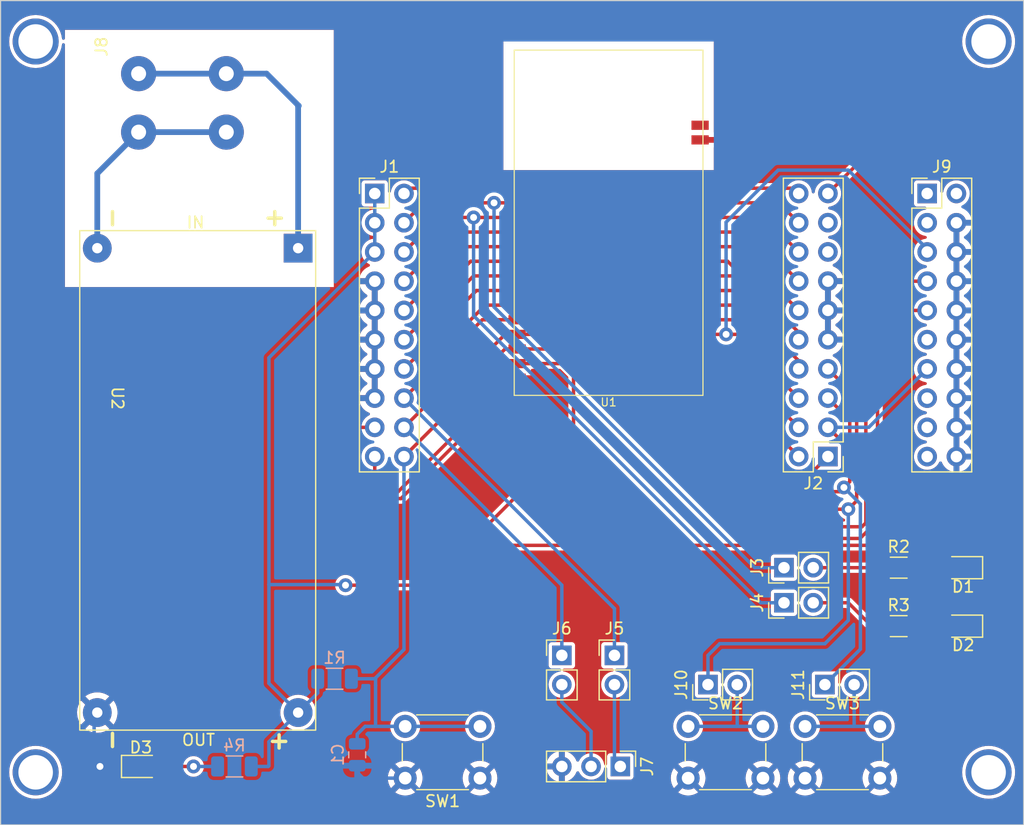
<source format=kicad_pcb>
(kicad_pcb (version 20211014) (generator pcbnew)
  (layers (0 "F.Cu" signal) (31 "B.Cu" signal) (34 "B.Paste" user) (35 "F.Paste" user) (36 "B.SilkS" user "B.Silkscreen") (37 "F.SilkS" user "F.Silkscreen") (38 "B.Mask" user) (39 "F.Mask" user) (44 "Edge.Cuts" user))
  (net 0 "")
  (net 1 "GND")
  (net 2 "Net-(D1-Pad2)")
  (net 3 "Net-(D2-Pad2)")
  (net 4 "Net-(D3-Pad2)")
  (net 5 "+3V3")
  (net 6 "/DIO_5")
  (net 7 "/DIO_13")
  (net 8 "/DIO_6")
  (net 9 "/DIO_14")
  (net 10 "/DIO_7")
  (net 11 "/DIO_15")
  (net 12 "/DIO_8")
  (net 13 "/DIO_16")
  (net 14 "/DIO_9")
  (net 15 "/DIO_17")
  (net 16 "/DIO_10")
  (net 17 "/JTAG_TMSC")
  (net 18 "/DIO_11")
  (net 19 "/JTAG_TCKC")
  (net 20 "/DIO_12")
  (net 21 "/DIO_18")
  (net 22 "/DIO_23")
  (net 23 "/DIO_19")
  (net 24 "/DIO_24")
  (net 25 "/DIO_20")
  (net 26 "/DIO_25")
  (net 27 "/DIO_21")
  (net 28 "/DIO_26")
  (net 29 "/DIO_22")
  (net 30 "/DIO_27")
  (net 31 "Net-(J3-Pad2)")
  (net 32 "Net-(J4-Pad2)")
  (net 33 "/RX")
  (net 34 "/TX")
  (net 35 "GNDPWR")
  (net 36 "+24V")
  (net 44 "/RESET_N")
  (net 46 "Net-(SW2-Pad1)")
  (net 47 "Net-(SW3-Pad1)")
  (footprint "Connector_PinHeader_2.54mm:PinHeader_2x10_P2.54mm_Vertical" (layer "F.Cu") (at 134.62 73.66)
    (fp_text reference "J1" (at 1.27 -2.33) (layer "F.SilkS"))
    (fp_text value "Conn_02x10_Odd_Even")
    (fp_line (start -1.33 1.27) (end -1.33 24.19) (layer "F.SilkS") (width 0.12))
    (fp_line (start -1.33 24.19) (end 3.87 24.19) (layer "F.SilkS") (width 0.12))
    (fp_line (start 1.27 1.27) (end 1.27 -1.33) (layer "F.SilkS") (width 0.12))
    (fp_line (start -1.33 0) (end -1.33 -1.33) (layer "F.SilkS") (width 0.12))
    (fp_line (start -1.33 1.27) (end 1.27 1.27) (layer "F.SilkS") (width 0.12))
    (fp_line (start 3.87 -1.33) (end 3.87 24.19) (layer "F.SilkS") (width 0.12))
    (fp_line (start -1.33 -1.33) (end 0 -1.33) (layer "F.SilkS") (width 0.12))
    (fp_line (start 1.27 -1.33) (end 3.87 -1.33) (layer "F.SilkS") (width 0.12))
    (pad "1" thru_hole rect (at 0 0) (size 1.7 1.7) (drill 1) (layers *.Cu *.Mask) (net 5 "+3V3"))
    (pad "2" thru_hole oval (at 2.54 0) (size 1.7 1.7) (drill 1) (layers *.Cu *.Mask) (net 6 "/DIO_5"))
    (pad "3" thru_hole oval (at 0 2.54) (size 1.7 1.7) (drill 1) (layers *.Cu *.Mask) (net 5 "+3V3"))
    (pad "4" thru_hole oval (at 2.54 2.54) (size 1.7 1.7) (drill 1) (layers *.Cu *.Mask) (net 8 "/DIO_6"))
    (pad "5" thru_hole oval (at 0 5.08) (size 1.7 1.7) (drill 1) (layers *.Cu *.Mask) (net 5 "+3V3"))
    (pad "6" thru_hole oval (at 2.54 5.08) (size 1.7 1.7) (drill 1) (layers *.Cu *.Mask) (net 10 "/DIO_7"))
    (pad "7" thru_hole oval (at 0 7.62) (size 1.7 1.7) (drill 1) (layers *.Cu *.Mask) (net 1 "GND"))
    (pad "8" thru_hole oval (at 2.54 7.62) (size 1.7 1.7) (drill 1) (layers *.Cu *.Mask) (net 12 "/DIO_8"))
    (pad "9" thru_hole oval (at 0 10.16) (size 1.7 1.7) (drill 1) (layers *.Cu *.Mask) (net 1 "GND"))
    (pad "10" thru_hole oval (at 2.54 10.16) (size 1.7 1.7) (drill 1) (layers *.Cu *.Mask) (net 14 "/DIO_9"))
    (pad "11" thru_hole oval (at 0 12.7) (size 1.7 1.7) (drill 1) (layers *.Cu *.Mask) (net 1 "GND"))
    (pad "12" thru_hole oval (at 2.54 12.7) (size 1.7 1.7) (drill 1) (layers *.Cu *.Mask) (net 16 "/DIO_10"))
    (pad "13" thru_hole oval (at 0 15.24) (size 1.7 1.7) (drill 1) (layers *.Cu *.Mask) (net 1 "GND"))
    (pad "14" thru_hole oval (at 2.54 15.24) (size 1.7 1.7) (drill 1) (layers *.Cu *.Mask) (net 18 "/DIO_11"))
    (pad "15" thru_hole oval (at 0 17.78) (size 1.7 1.7) (drill 1) (layers *.Cu *.Mask) (net 1 "GND"))
    (pad "16" thru_hole oval (at 2.54 17.78) (size 1.7 1.7) (drill 1) (layers *.Cu *.Mask) (net 20 "/DIO_12"))
    (pad "17" thru_hole oval (at 0 20.32) (size 1.7 1.7) (drill 1) (layers *.Cu *.Mask) (net 19 "/JTAG_TCKC"))
    (pad "18" thru_hole oval (at 2.54 20.32) (size 1.7 1.7) (drill 1) (layers *.Cu *.Mask) (net 7 "/DIO_13"))
    (pad "19" thru_hole oval (at 0 22.86) (size 1.7 1.7) (drill 1) (layers *.Cu *.Mask) (net 17 "/JTAG_TMSC"))
    (pad "20" thru_hole oval (at 2.54 22.86) (size 1.7 1.7) (drill 1) (layers *.Cu *.Mask) (net 44 "/RESET_N"))
  )
  (footprint "Connector_PinHeader_2.54mm:PinHeader_2x10_P2.54mm_Vertical" (layer "F.Cu") (at 182.621 73.66)
    (fp_text reference "J9" (at 1.27 -2.33) (layer "F.SilkS"))
    (fp_text value "Conn_ARM_JTAG_SWD_20")
    (fp_line (start -1.33 1.27) (end -1.33 24.19) (layer "F.SilkS") (width 0.12))
    (fp_line (start -1.33 1.27) (end 1.27 1.27) (layer "F.SilkS") (width 0.12))
    (fp_line (start -1.33 -1.33) (end 0 -1.33) (layer "F.SilkS") (width 0.12))
    (fp_line (start 1.27 1.27) (end 1.27 -1.33) (layer "F.SilkS") (width 0.12))
    (fp_line (start 1.27 -1.33) (end 3.87 -1.33) (layer "F.SilkS") (width 0.12))
    (fp_line (start -1.33 0) (end -1.33 -1.33) (layer "F.SilkS") (width 0.12))
    (fp_line (start 3.87 -1.33) (end 3.87 24.19) (layer "F.SilkS") (width 0.12))
    (fp_line (start -1.33 24.19) (end 3.87 24.19) (layer "F.SilkS") (width 0.12))
    (pad "1" thru_hole rect (at 0 0) (size 1.7 1.7) (drill 1) (layers *.Cu *.Mask))
    (pad "2" thru_hole oval (at 2.54 0) (size 1.7 1.7) (drill 1) (layers *.Cu *.Mask))
    (pad "3" thru_hole oval (at 0 2.54) (size 1.7 1.7) (drill 1) (layers *.Cu *.Mask))
    (pad "4" thru_hole oval (at 2.54 2.54) (size 1.7 1.7) (drill 1) (layers *.Cu *.Mask) (net 1 "GND"))
    (pad "5" thru_hole oval (at 0 5.08) (size 1.7 1.7) (drill 1) (layers *.Cu *.Mask) (net 15 "/DIO_17"))
    (pad "6" thru_hole oval (at 2.54 5.08) (size 1.7 1.7) (drill 1) (layers *.Cu *.Mask) (net 1 "GND"))
    (pad "7" thru_hole oval (at 0 7.62) (size 1.7 1.7) (drill 1) (layers *.Cu *.Mask) (net 17 "/JTAG_TMSC"))
    (pad "8" thru_hole oval (at 2.54 7.62) (size 1.7 1.7) (drill 1) (layers *.Cu *.Mask) (net 1 "GND"))
    (pad "9" thru_hole oval (at 0 10.16) (size 1.7 1.7) (drill 1) (layers *.Cu *.Mask) (net 19 "/JTAG_TCKC"))
    (pad "10" thru_hole oval (at 2.54 10.16) (size 1.7 1.7) (drill 1) (layers *.Cu *.Mask) (net 1 "GND"))
    (pad "11" thru_hole oval (at 0 12.7) (size 1.7 1.7) (drill 1) (layers *.Cu *.Mask))
    (pad "12" thru_hole oval (at 2.54 12.7) (size 1.7 1.7) (drill 1) (layers *.Cu *.Mask) (net 1 "GND"))
    (pad "13" thru_hole oval (at 0 15.24) (size 1.7 1.7) (drill 1) (layers *.Cu *.Mask) (net 13 "/DIO_16"))
    (pad "14" thru_hole oval (at 2.54 15.24) (size 1.7 1.7) (drill 1) (layers *.Cu *.Mask) (net 1 "GND"))
    (pad "15" thru_hole oval (at 0 17.78) (size 1.7 1.7) (drill 1) (layers *.Cu *.Mask))
    (pad "16" thru_hole oval (at 2.54 17.78) (size 1.7 1.7) (drill 1) (layers *.Cu *.Mask) (net 1 "GND"))
    (pad "17" thru_hole oval (at 0 20.32) (size 1.7 1.7) (drill 1) (layers *.Cu *.Mask))
    (pad "18" thru_hole oval (at 2.54 20.32) (size 1.7 1.7) (drill 1) (layers *.Cu *.Mask) (net 1 "GND"))
    (pad "19" thru_hole oval (at 0 22.86) (size 1.7 1.7) (drill 1) (layers *.Cu *.Mask))
    (pad "20" thru_hole oval (at 2.54 22.86) (size 1.7 1.7) (drill 1) (layers *.Cu *.Mask) (net 1 "GND"))
  )
  (footprint "Connector_PinHeader_2.54mm:PinHeader_1x02_P2.54mm_Vertical" (layer "F.Cu") (at 163.576 116.332 90)
    (fp_text reference "J10" (at 0 -2.33 90) (layer "F.SilkS"))
    (fp_text value "JpSWDIO14")
    (fp_line (start -1.33 3.87) (end 1.33 3.87) (layer "F.SilkS") (width 0.12))
    (fp_line (start -1.33 0) (end -1.33 -1.33) (layer "F.SilkS") (width 0.12))
    (fp_line (start -1.33 -1.33) (end 0 -1.33) (layer "F.SilkS") (width 0.12))
    (fp_line (start -1.33 1.27) (end -1.33 3.87) (layer "F.SilkS") (width 0.12))
    (fp_line (start -1.33 1.27) (end 1.33 1.27) (layer "F.SilkS") (width 0.12))
    (fp_line (start 1.33 1.27) (end 1.33 3.87) (layer "F.SilkS") (width 0.12))
    (pad "1" thru_hole rect (at 0 0 90) (size 1.7 1.7) (drill 1) (layers *.Cu *.Mask) (net 9 "/DIO_14"))
    (pad "2" thru_hole oval (at 0 2.54 90) (size 1.7 1.7) (drill 1) (layers *.Cu *.Mask) (net 46 "Net-(SW2-Pad1)"))
  )
  (footprint "myTerminal:DG142V-5.08-2" (layer "F.Cu") (at 121.722 65.786 90)
    (fp_text reference "J8" (at 4.888 -10.846 90) (layer "F.SilkS"))
    (fp_text value "Conn_01x02")
    (pad "1" thru_hole circle (at -2.54 0 90) (size 3.048 3.048) (drill 1.3) (layers *.Cu *.Mask) (net 35 "GNDPWR"))
    (pad "1" thru_hole circle (at -2.54 -7.62 90) (size 3.048 3.048) (drill 1.3) (layers *.Cu *.Mask) (net 35 "GNDPWR"))
    (pad "2" thru_hole circle (at 2.54 0 90) (size 3.048 3.048) (drill 1.3) (layers *.Cu *.Mask) (net 36 "+24V"))
    (pad "2" thru_hole circle (at 2.54 -7.62 90) (size 3.048 3.048) (drill 1.3) (layers *.Cu *.Mask) (net 36 "+24V"))
  )
  (footprint "Connector_PinHeader_2.54mm:PinHeader_1x02_P2.54mm_Vertical" (layer "F.Cu") (at 173.736 116.332 90)
    (fp_text reference "J11" (at 0 -2.33 90) (layer "F.SilkS"))
    (fp_text value "JpSWDIO15")
    (fp_line (start -1.33 -1.33) (end 0 -1.33) (layer "F.SilkS") (width 0.12))
    (fp_line (start -1.33 3.87) (end 1.33 3.87) (layer "F.SilkS") (width 0.12))
    (fp_line (start -1.33 1.27) (end 1.33 1.27) (layer "F.SilkS") (width 0.12))
    (fp_line (start -1.33 0) (end -1.33 -1.33) (layer "F.SilkS") (width 0.12))
    (fp_line (start 1.33 1.27) (end 1.33 3.87) (layer "F.SilkS") (width 0.12))
    (fp_line (start -1.33 1.27) (end -1.33 3.87) (layer "F.SilkS") (width 0.12))
    (pad "1" thru_hole rect (at 0 0 90) (size 1.7 1.7) (drill 1) (layers *.Cu *.Mask) (net 11 "/DIO_15"))
    (pad "2" thru_hole oval (at 0 2.54 90) (size 1.7 1.7) (drill 1) (layers *.Cu *.Mask) (net 47 "Net-(SW3-Pad1)"))
  )
  (footprint "Connector_PinHeader_2.54mm:PinHeader_1x02_P2.54mm_Vertical" (layer "F.Cu") (at 170.18 109.22 90)
    (fp_text reference "J4" (at 0 -2.33 90) (layer "F.SilkS"))
    (fp_text value "JpLedDIO7")
    (fp_line (start -1.33 1.27) (end -1.33 3.87) (layer "F.SilkS") (width 0.12))
    (fp_line (start -1.33 1.27) (end 1.33 1.27) (layer "F.SilkS") (width 0.12))
    (fp_line (start -1.33 3.87) (end 1.33 3.87) (layer "F.SilkS") (width 0.12))
    (fp_line (start -1.33 0) (end -1.33 -1.33) (layer "F.SilkS") (width 0.12))
    (fp_line (start -1.33 -1.33) (end 0 -1.33) (layer "F.SilkS") (width 0.12))
    (fp_line (start 1.33 1.27) (end 1.33 3.87) (layer "F.SilkS") (width 0.12))
    (pad "1" thru_hole rect (at 0 0 90) (size 1.7 1.7) (drill 1) (layers *.Cu *.Mask) (net 10 "/DIO_7"))
    (pad "2" thru_hole oval (at 0 2.54 90) (size 1.7 1.7) (drill 1) (layers *.Cu *.Mask) (net 32 "Net-(J4-Pad2)"))
  )
  (footprint "myZigbee:RF-BM-2652P2" (layer "F.Cu") (at 154.94 76.2)
    (fp_text reference "U1" (at 0 15.6 -180) (layer "F.SilkS") (effects (font (size 0.7 0.7) (thickness 0.105))))
    (fp_text value "CC2652P-mylib")
    (fp_line (start -8.2 -15) (end 8.2 -15) (layer "F.SilkS") (width 0.1))
    (fp_line (start -8.2 15) (end 8.2 15) (layer "F.SilkS") (width 0.1))
    (fp_line (start 8.2 15) (end 8.2 -15) (layer "F.SilkS") (width 0.1))
    (fp_line (start -8.2 15) (end -8.2 -15) (layer "F.SilkS") (width 0.1))
    (pad "1" smd rect (at -7.95 -3) (size 1.5 0.8) (layers "F.Cu" "F.Paste" "F.Mask") (net 6 "/DIO_5"))
    (pad "2" smd rect (at -7.95 -1.73) (size 1.5 0.8) (layers "F.Cu" "F.Paste" "F.Mask") (net 8 "/DIO_6"))
    (pad "3" smd rect (at -7.95 -0.46) (size 1.5 0.8) (layers "F.Cu" "F.Paste" "F.Mask") (net 10 "/DIO_7"))
    (pad "4" smd rect (at -7.95 0.81) (size 1.5 0.8) (layers "F.Cu" "F.Paste" "F.Mask") (net 12 "/DIO_8"))
    (pad "5" smd rect (at -7.95 2.08) (size 1.5 0.8) (layers "F.Cu" "F.Paste" "F.Mask") (net 14 "/DIO_9"))
    (pad "6" smd rect (at -7.95 3.35) (size 1.5 0.8) (layers "F.Cu" "F.Paste" "F.Mask") (net 16 "/DIO_10"))
    (pad "7" smd rect (at -7.95 4.62) (size 1.5 0.8) (layers "F.Cu" "F.Paste" "F.Mask") (net 18 "/DIO_11"))
    (pad "8" smd rect (at -7.95 5.89) (size 1.5 0.8) (layers "F.Cu" "F.Paste" "F.Mask") (net 20 "/DIO_12"))
    (pad "9" smd rect (at -7.95 7.16) (size 1.5 0.8) (layers "F.Cu" "F.Paste" "F.Mask") (net 7 "/DIO_13"))
    (pad "10" smd rect (at -7.95 8.43) (size 1.5 0.8) (layers "F.Cu" "F.Paste" "F.Mask") (net 44 "/RESET_N"))
    (pad "11" smd rect (at -7.95 9.7) (size 1.5 0.8) (layers "F.Cu" "F.Paste" "F.Mask") (net 17 "/JTAG_TMSC"))
    (pad "12" smd rect (at -7.95 10.97) (size 1.5 0.8) (layers "F.Cu" "F.Paste" "F.Mask") (net 19 "/JTAG_TCKC"))
    (pad "13" smd rect (at -7.95 12.24) (size 1.5 0.8) (layers "F.Cu" "F.Paste" "F.Mask") (net 5 "+3V3"))
    (pad "14" smd rect (at -7.95 13.51) (size 1.5 0.8) (layers "F.Cu" "F.Paste" "F.Mask") (net 1 "GND"))
    (pad "15" smd rect (at 7.95 13.51) (size 1.5 0.8) (layers "F.Cu" "F.Paste" "F.Mask") (net 9 "/DIO_14"))
    (pad "16" smd rect (at 7.95 12.24) (size 1.5 0.8) (layers "F.Cu" "F.Paste" "F.Mask") (net 11 "/DIO_15"))
    (pad "17" smd rect (at 7.95 10.97) (size 1.5 0.8) (layers "F.Cu" "F.Paste" "F.Mask") (net 13 "/DIO_16"))
    (pad "18" smd rect (at 7.95 9.7) (size 1.5 0.8) (layers "F.Cu" "F.Paste" "F.Mask") (net 15 "/DIO_17"))
    (pad "19" smd rect (at 7.95 8.43) (size 1.5 0.8) (layers "F.Cu" "F.Paste" "F.Mask") (net 21 "/DIO_18"))
    (pad "20" smd rect (at 7.95 7.16) (size 1.5 0.8) (layers "F.Cu" "F.Paste" "F.Mask") (net 23 "/DIO_19"))
    (pad "21" smd rect (at 7.95 5.89) (size 1.5 0.8) (layers "F.Cu" "F.Paste" "F.Mask") (net 25 "/DIO_20"))
    (pad "22" smd rect (at 7.95 4.62) (size 1.5 0.8) (layers "F.Cu" "F.Paste" "F.Mask") (net 27 "/DIO_21"))
    (pad "23" smd rect (at 7.95 3.35) (size 1.5 0.8) (layers "F.Cu" "F.Paste" "F.Mask") (net 29 "/DIO_22"))
    (pad "24" smd rect (at 7.95 2.08) (size 1.5 0.8) (layers "F.Cu" "F.Paste" "F.Mask") (net 22 "/DIO_23"))
    (pad "25" smd rect (at 7.95 0.81) (size 1.5 0.8) (layers "F.Cu" "F.Paste" "F.Mask") (net 24 "/DIO_24"))
    (pad "26" smd rect (at 7.95 -0.46) (size 1.5 0.8) (layers "F.Cu" "F.Paste" "F.Mask") (net 26 "/DIO_25"))
    (pad "27" smd rect (at 7.95 -1.73) (size 1.5 0.8) (layers "F.Cu" "F.Paste" "F.Mask") (net 28 "/DIO_26"))
    (pad "28" smd rect (at 7.95 -3) (size 1.5 0.8) (layers "F.Cu" "F.Paste" "F.Mask") (net 30 "/DIO_27"))
    (pad "29" smd rect (at 7.95 -7.2) (size 1.5 0.8) (layers "F.Cu" "F.Paste" "F.Mask") (net 1 "GND"))
    (pad "30" smd rect (at 7.95 -8.47) (size 1.5 0.8) (layers "F.Cu" "F.Paste" "F.Mask"))
  )
  (footprint "LED_SMD:LED_0805_2012Metric" (layer "F.Cu") (at 114.3 123.444)
    (fp_text reference "D3" (at 0 -1.65) (layer "F.SilkS"))
    (fp_text value "LED")
    (fp_line (start -1.685 0.96) (end 1 0.96) (layer "F.SilkS") (width 0.12))
    (fp_line (start -1.685 -0.96) (end -1.685 0.96) (layer "F.SilkS") (width 0.12))
    (fp_line (start 1 -0.96) (end -1.685 -0.96) (layer "F.SilkS") (width 0.12))
    (pad "1" smd roundrect (at -0.9375 0) (size 0.975 1.4) (layers "F.Cu" "F.Paste" "F.Mask") (net 1 "GND"))
    (pad "2" smd roundrect (at 0.9375 0) (size 0.975 1.4) (layers "F.Cu" "F.Paste" "F.Mask") (net 4 "Net-(D3-Pad2)"))
  )
  (footprint "Button_Switch_THT:SW_PUSH_6mm_H4.3mm" (layer "F.Cu") (at 143.764 124.46 180)
    (fp_text reference "SW1" (at 3.25 -2) (layer "F.SilkS"))
    (fp_text value "Reset")
    (fp_line (start 5.5 -1) (end 1 -1) (layer "F.SilkS") (width 0.12))
    (fp_line (start -0.25 1.5) (end -0.25 3) (layer "F.SilkS") (width 0.12))
    (fp_line (start 1 5.5) (end 5.5 5.5) (layer "F.SilkS") (width 0.12))
    (fp_line (start 6.75 3) (end 6.75 1.5) (layer "F.SilkS") (width 0.12))
    (pad "1" thru_hole circle (at 0 0 270) (size 2 2) (drill 1.1) (layers *.Cu *.Mask) (net 1 "GND"))
    (pad "1" thru_hole circle (at 6.5 0 270) (size 2 2) (drill 1.1) (layers *.Cu *.Mask) (net 1 "GND"))
    (pad "2" thru_hole circle (at 0 4.5 270) (size 2 2) (drill 1.1) (layers *.Cu *.Mask) (net 44 "/RESET_N"))
    (pad "2" thru_hole circle (at 6.5 4.5 270) (size 2 2) (drill 1.1) (layers *.Cu *.Mask) (net 44 "/RESET_N"))
  )
  (footprint "Connector_PinHeader_2.54mm:PinHeader_1x02_P2.54mm_Vertical" (layer "F.Cu") (at 170.18 106.172 90)
    (fp_text reference "J3" (at 0 -2.33 90) (layer "F.SilkS"))
    (fp_text value "JpLedDIO6")
    (fp_line (start -1.33 1.27) (end -1.33 3.87) (layer "F.SilkS") (width 0.12))
    (fp_line (start -1.33 0) (end -1.33 -1.33) (layer "F.SilkS") (width 0.12))
    (fp_line (start -1.33 3.87) (end 1.33 3.87) (layer "F.SilkS") (width 0.12))
    (fp_line (start -1.33 -1.33) (end 0 -1.33) (layer "F.SilkS") (width 0.12))
    (fp_line (start 1.33 1.27) (end 1.33 3.87) (layer "F.SilkS") (width 0.12))
    (fp_line (start -1.33 1.27) (end 1.33 1.27) (layer "F.SilkS") (width 0.12))
    (pad "1" thru_hole rect (at 0 0 90) (size 1.7 1.7) (drill 1) (layers *.Cu *.Mask) (net 8 "/DIO_6"))
    (pad "2" thru_hole oval (at 0 2.54 90) (size 1.7 1.7) (drill 1) (layers *.Cu *.Mask) (net 31 "Net-(J3-Pad2)"))
  )
  (footprint "myPowerManagement:LM2596Module" (layer "F.Cu") (at 119.38 99.568 -90)
    (fp_text reference "U2" (at -8.128 7.112 -90 unlocked) (layer "F.SilkS"))
    (fp_text value "LM2596Module")
    (fp_text user "OUT" (at 21.573 0.074 unlocked) (layer "F.SilkS"))
    (fp_text user "+" (at 21.7 -7.038 -90 unlocked) (layer "F.SilkS") (effects (font (size 1.5 1.5) (thickness 0.3))))
    (fp_text user "IN" (at -23.385 0.328 unlocked) (layer "F.SilkS"))
    (fp_text user "+" (at -23.766 -6.657 -90 unlocked) (layer "F.SilkS") (effects (font (size 1.5 1.5) (thickness 0.3))))
    (fp_text user "-" (at -23.766 7.44 -90 unlocked) (layer "F.SilkS") (effects (font (size 1.5 1.5) (thickness 0.3))))
    (fp_text user "-" (at 21.573 7.44 -90 unlocked) (layer "F.SilkS") (effects (font (size 1.5 1.5) (thickness 0.3))))
    (fp_rect (start -22.682 -10.107) (end 20.718 10.393) (layer "F.SilkS") (width 0.12) (fill none))
    (pad "1" thru_hole rect (at -21.158 -8.583 270) (size 2.5 2.5) (drill 0.9) (layers *.Cu *.Mask) (net 36 "+24V"))
    (pad "2" thru_hole circle (at -21.158 8.869 270) (size 2.5 2.5) (drill 0.9) (layers *.Cu *.Mask) (net 35 "GNDPWR"))
    (pad "3" thru_hole circle (at 19.194 8.869 270) (size 2.5 2.5) (drill 0.9) (layers *.Cu *.Mask) (net 1 "GND"))
    (pad "4" thru_hole circle (at 19.194 -8.583 270) (size 2.5 2.5) (drill 0.9) (layers *.Cu *.Mask) (net 5 "+3V3"))
  )
  (footprint "Connector_PinHeader_2.54mm:PinHeader_2x10_P2.54mm_Vertical" (layer "F.Cu") (at 173.995 96.515 180)
    (fp_text reference "J2" (at 1.27 -2.33) (layer "F.SilkS"))
    (fp_text value "Conn_02x10_Odd_Even")
    (fp_line (start -1.33 0) (end -1.33 -1.33) (layer "F.SilkS") (width 0.12))
    (fp_line (start -1.33 24.19) (end 3.87 24.19) (layer "F.SilkS") (width 0.12))
    (fp_line (start -1.33 -1.33) (end 0 -1.33) (layer "F.SilkS") (width 0.12))
    (fp_line (start -1.33 1.27) (end 1.27 1.27) (layer "F.SilkS") (width 0.12))
    (fp_line (start 1.27 1.27) (end 1.27 -1.33) (layer "F.SilkS") (width 0.12))
    (fp_line (start -1.33 1.27) (end -1.33 24.19) (layer "F.SilkS") (width 0.12))
    (fp_line (start 3.87 -1.33) (end 3.87 24.19) (layer "F.SilkS") (width 0.12))
    (fp_line (start 1.27 -1.33) (end 3.87 -1.33) (layer "F.SilkS") (width 0.12))
    (pad "1" thru_hole rect (at 0 0 180) (size 1.7 1.7) (drill 1) (layers *.Cu *.Mask) (net 15 "/DIO_17"))
    (pad "2" thru_hole oval (at 2.54 0 180) (size 1.7 1.7) (drill 1) (layers *.Cu *.Mask) (net 21 "/DIO_18"))
    (pad "3" thru_hole oval (at 0 2.54 180) (size 1.7 1.7) (drill 1) (layers *.Cu *.Mask) (net 13 "/DIO_16"))
    (pad "4" thru_hole oval (at 2.54 2.54 180) (size 1.7 1.7) (drill 1) (layers *.Cu *.Mask) (net 23 "/DIO_19"))
    (pad "5" thru_hole oval (at 0 5.08 180) (size 1.7 1.7) (drill 1) (layers *.Cu *.Mask) (net 11 "/DIO_15"))
    (pad "6" thru_hole oval (at 2.54 5.08 180) (size 1.7 1.7) (drill 1) (layers *.Cu *.Mask) (net 25 "/DIO_20"))
    (pad "7" thru_hole oval (at 0 7.62 180) (size 1.7 1.7) (drill 1) (layers *.Cu *.Mask) (net 9 "/DIO_14"))
    (pad "8" thru_hole oval (at 2.54 7.62 180) (size 1.7 1.7) (drill 1) (layers *.Cu *.Mask) (net 27 "/DIO_21"))
    (pad "9" thru_hole oval (at 0 10.16 180) (size 1.7 1.7) (drill 1) (layers *.Cu *.Mask) (net 1 "GND"))
    (pad "10" thru_hole oval (at 2.54 10.16 180) (size 1.7 1.7) (drill 1) (layers *.Cu *.Mask) (net 29 "/DIO_22"))
    (pad "11" thru_hole oval (at 0 12.7 180) (size 1.7 1.7) (drill 1) (layers *.Cu *.Mask) (net 1 "GND"))
    (pad "12" thru_hole oval (at 2.54 12.7 180) (size 1.7 1.7) (drill 1) (layers *.Cu *.Mask) (net 22 "/DIO_23"))
    (pad "13" thru_hole oval (at 0 15.24 180) (size 1.7 1.7) (drill 1) (layers *.Cu *.Mask) (net 1 "GND"))
    (pad "14" thru_hole oval (at 2.54 15.24 180) (size 1.7 1.7) (drill 1) (layers *.Cu *.Mask) (net 24 "/DIO_24"))
    (pad "15" thru_hole oval (at 0 17.78 180) (size 1.7 1.7) (drill 1) (layers *.Cu *.Mask) (net 5 "+3V3"))
    (pad "16" thru_hole oval (at 2.54 17.78 180) (size 1.7 1.7) (drill 1) (layers *.Cu *.Mask) (net 26 "/DIO_25"))
    (pad "17" thru_hole oval (at 0 20.32 180) (size 1.7 1.7) (drill 1) (layers *.Cu *.Mask) (net 5 "+3V3"))
    (pad "18" thru_hole oval (at 2.54 20.32 180) (size 1.7 1.7) (drill 1) (layers *.Cu *.Mask) (net 28 "/DIO_26"))
    (pad "19" thru_hole oval (at 0 22.86 180) (size 1.7 1.7) (drill 1) (layers *.Cu *.Mask) (net 5 "+3V3"))
    (pad "20" thru_hole oval (at 2.54 22.86 180) (size 1.7 1.7) (drill 1) (layers *.Cu *.Mask) (net 30 "/DIO_27"))
  )
  (footprint "Connector_PinHeader_2.54mm:PinHeader_1x02_P2.54mm_Vertical" (layer "F.Cu") (at 155.448 113.792)
    (fp_text reference "J5" (at 0 -2.33) (layer "F.SilkS"))
    (fp_text value "RX")
    (fp_line (start -1.33 3.87) (end 1.33 3.87) (layer "F.SilkS") (width 0.12))
    (fp_line (start -1.33 -1.33) (end 0 -1.33) (layer "F.SilkS") (width 0.12))
    (fp_line (start -1.33 1.27) (end 1.33 1.27) (layer "F.SilkS") (width 0.12))
    (fp_line (start -1.33 0) (end -1.33 -1.33) (layer "F.SilkS") (width 0.12))
    (fp_line (start 1.33 1.27) (end 1.33 3.87) (layer "F.SilkS") (width 0.12))
    (fp_line (start -1.33 1.27) (end -1.33 3.87) (layer "F.SilkS") (width 0.12))
    (pad "1" thru_hole rect (at 0 0) (size 1.7 1.7) (drill 1) (layers *.Cu *.Mask) (net 20 "/DIO_12"))
    (pad "2" thru_hole oval (at 0 2.54) (size 1.7 1.7) (drill 1) (layers *.Cu *.Mask) (net 33 "/RX"))
  )
  (footprint "LED_SMD:LED_0805_2012Metric" (layer "F.Cu") (at 185.7525 111.252 180)
    (fp_text reference "D2" (at 0 -1.65) (layer "F.SilkS"))
    (fp_text value "LED")
    (fp_line (start 1 -0.96) (end -1.685 -0.96) (layer "F.SilkS") (width 0.12))
    (fp_line (start -1.685 -0.96) (end -1.685 0.96) (layer "F.SilkS") (width 0.12))
    (fp_line (start -1.685 0.96) (end 1 0.96) (layer "F.SilkS") (width 0.12))
    (pad "1" smd roundrect (at -0.9375 0 180) (size 0.975 1.4) (layers "F.Cu" "F.Paste" "F.Mask") (net 1 "GND"))
    (pad "2" smd roundrect (at 0.9375 0 180) (size 0.975 1.4) (layers "F.Cu" "F.Paste" "F.Mask") (net 3 "Net-(D2-Pad2)"))
  )
  (footprint "Button_Switch_THT:SW_PUSH_6mm_H4.3mm" (layer "F.Cu") (at 172.01 119.96)
    (fp_text reference "SW3" (at 3.25 -2) (layer "F.SilkS"))
    (fp_text value "SW3")
    (fp_line (start -0.25 1.5) (end -0.25 3) (layer "F.SilkS") (width 0.12))
    (fp_line (start 1 5.5) (end 5.5 5.5) (layer "F.SilkS") (width 0.12))
    (fp_line (start 5.5 -1) (end 1 -1) (layer "F.SilkS") (width 0.12))
    (fp_line (start 6.75 3) (end 6.75 1.5) (layer "F.SilkS") (width 0.12))
    (pad "1" thru_hole circle (at 6.5 0 90) (size 2 2) (drill 1.1) (layers *.Cu *.Mask) (net 47 "Net-(SW3-Pad1)"))
    (pad "1" thru_hole circle (at 0 0 90) (size 2 2) (drill 1.1) (layers *.Cu *.Mask) (net 47 "Net-(SW3-Pad1)"))
    (pad "2" thru_hole circle (at 6.5 4.5 90) (size 2 2) (drill 1.1) (layers *.Cu *.Mask) (net 1 "GND"))
    (pad "2" thru_hole circle (at 0 4.5 90) (size 2 2) (drill 1.1) (layers *.Cu *.Mask) (net 1 "GND"))
  )
  (footprint "Resistor_SMD:R_1206_3216Metric" (layer "F.Cu") (at 180.1475 106.172)
    (fp_text reference "R2" (at 0 -1.82) (layer "F.SilkS"))
    (fp_text value "1k")
    (fp_line (start -0.727064 0.91) (end 0.727064 0.91) (layer "F.SilkS") (width 0.12))
    (fp_line (start -0.727064 -0.91) (end 0.727064 -0.91) (layer "F.SilkS") (width 0.12))
    (pad "1" smd roundrect (at -1.4625 0) (size 1.125 1.75) (layers "F.Cu" "F.Paste" "F.Mask") (roundrect_rratio 0.222222) (net 31 "Net-(J3-Pad2)"))
    (pad "2" smd roundrect (at 1.4625 0) (size 1.125 1.75) (layers "F.Cu" "F.Paste" "F.Mask") (roundrect_rratio 0.222222) (net 2 "Net-(D1-Pad2)"))
  )
  (footprint "Connector_PinHeader_2.54mm:PinHeader_1x03_P2.54mm_Vertical" (layer "F.Cu") (at 155.956 123.444 -90)
    (fp_text reference "J7" (at 0 -2.33 90) (layer "F.SilkS"))
    (fp_text value "UART")
    (fp_line (start -1.33 6.41) (end 1.33 6.41) (layer "F.SilkS") (width 0.12))
    (fp_line (start -1.33 1.27) (end 1.33 1.27) (layer "F.SilkS") (width 0.12))
    (fp_line (start -1.33 -1.33) (end 0 -1.33) (layer "F.SilkS") (width 0.12))
    (fp_line (start -1.33 0) (end -1.33 -1.33) (layer "F.SilkS") (width 0.12))
    (fp_line (start -1.33 1.27) (end -1.33 6.41) (layer "F.SilkS") (width 0.12))
    (fp_line (start 1.33 1.27) (end 1.33 6.41) (layer "F.SilkS") (width 0.12))
    (pad "1" thru_hole rect (at 0 0 270) (size 1.7 1.7) (drill 1) (layers *.Cu *.Mask) (net 33 "/RX"))
    (pad "2" thru_hole oval (at 0 2.54 270) (size 1.7 1.7) (drill 1) (layers *.Cu *.Mask) (net 34 "/TX"))
    (pad "3" thru_hole oval (at 0 5.08 270) (size 1.7 1.7) (drill 1) (layers *.Cu *.Mask) (net 1 "GND"))
  )
  (footprint "Resistor_SMD:R_1206_3216Metric" (layer "F.Cu") (at 180.1475 111.252)
    (fp_text reference "R3" (at 0 -1.82) (layer "F.SilkS"))
    (fp_text value "1k")
    (fp_line (start -0.727064 0.91) (end 0.727064 0.91) (layer "F.SilkS") (width 0.12))
    (fp_line (start -0.727064 -0.91) (end 0.727064 -0.91) (layer "F.SilkS") (width 0.12))
    (pad "1" smd roundrect (at -1.4625 0) (size 1.125 1.75) (layers "F.Cu" "F.Paste" "F.Mask") (roundrect_rratio 0.222222) (net 32 "Net-(J4-Pad2)"))
    (pad "2" smd roundrect (at 1.4625 0) (size 1.125 1.75) (layers "F.Cu" "F.Paste" "F.Mask") (roundrect_rratio 0.222222) (net 3 "Net-(D2-Pad2)"))
  )
  (footprint "Button_Switch_THT:SW_PUSH_6mm_H4.3mm" (layer "F.Cu") (at 161.85 119.96)
    (fp_text reference "SW2" (at 3.25 -2) (layer "F.SilkS"))
    (fp_text value "SW2")
    (fp_line (start 6.75 3) (end 6.75 1.5) (layer "F.SilkS") (width 0.12))
    (fp_line (start 1 5.5) (end 5.5 5.5) (layer "F.SilkS") (width 0.12))
    (fp_line (start -0.25 1.5) (end -0.25 3) (layer "F.SilkS") (width 0.12))
    (fp_line (start 5.5 -1) (end 1 -1) (layer "F.SilkS") (width 0.12))
    (pad "1" thru_hole circle (at 0 0 90) (size 2 2) (drill 1.1) (layers *.Cu *.Mask) (net 46 "Net-(SW2-Pad1)"))
    (pad "1" thru_hole circle (at 6.5 0 90) (size 2 2) (drill 1.1) (layers *.Cu *.Mask) (net 46 "Net-(SW2-Pad1)"))
    (pad "2" thru_hole circle (at 0 4.5 90) (size 2 2) (drill 1.1) (layers *.Cu *.Mask) (net 1 "GND"))
    (pad "2" thru_hole circle (at 6.5 4.5 90) (size 2 2) (drill 1.1) (layers *.Cu *.Mask) (net 1 "GND"))
  )
  (footprint "Connector_PinHeader_2.54mm:PinHeader_1x02_P2.54mm_Vertical" (layer "F.Cu") (at 150.876 113.792)
    (fp_text reference "J6" (at 0 -2.33) (layer "F.SilkS"))
    (fp_text value "TX")
    (fp_line (start -1.33 0) (end -1.33 -1.33) (layer "F.SilkS") (width 0.12))
    (fp_line (start 1.33 1.27) (end 1.33 3.87) (layer "F.SilkS") (width 0.12))
    (fp_line (start -1.33 1.27) (end -1.33 3.87) (layer "F.SilkS") (width 0.12))
    (fp_line (start -1.33 3.87) (end 1.33 3.87) (layer "F.SilkS") (width 0.12))
    (fp_line (start -1.33 1.27) (end 1.33 1.27) (layer "F.SilkS") (width 0.12))
    (fp_line (start -1.33 -1.33) (end 0 -1.33) (layer "F.SilkS") (width 0.12))
    (pad "1" thru_hole rect (at 0 0) (size 1.7 1.7) (drill 1) (layers *.Cu *.Mask) (net 7 "/DIO_13"))
    (pad "2" thru_hole oval (at 0 2.54) (size 1.7 1.7) (drill 1) (layers *.Cu *.Mask) (net 34 "/TX"))
  )
  (footprint "LED_SMD:LED_0805_2012Metric" (layer "F.Cu") (at 185.7525 106.172 180)
    (fp_text reference "D1" (at 0 -1.65) (layer "F.SilkS"))
    (fp_text value "LED")
    (fp_line (start 1 -0.96) (end -1.685 -0.96) (layer "F.SilkS") (width 0.12))
    (fp_line (start -1.685 0.96) (end 1 0.96) (layer "F.SilkS") (width 0.12))
    (fp_line (start -1.685 -0.96) (end -1.685 0.96) (layer "F.SilkS") (width 0.12))
    (pad "1" smd roundrect (at -0.9375 0 180) (size 0.975 1.4) (layers "F.Cu" "F.Paste" "F.Mask") (net 1 "GND"))
    (pad "2" smd roundrect (at 0.9375 0 180) (size 0.975 1.4) (layers "F.Cu" "F.Paste" "F.Mask") (net 2 "Net-(D1-Pad2)"))
  )
  (footprint "Capacitor_SMD:C_0805_2012Metric" (layer "B.Cu") (at 133.096 122.428 -90)
    (fp_text reference "C1" (at 0 1.68 90) (layer "B.SilkS") (effects (justify mirror)))
    (fp_text value "0.1")
    (fp_line (start -0.261252 -0.735) (end 0.261252 -0.735) (layer "B.SilkS") (width 0.12))
    (fp_line (start -0.261252 0.735) (end 0.261252 0.735) (layer "B.SilkS") (width 0.12))
    (pad "1" smd roundrect (at -0.95 0 270) (size 1 1.45) (layers "B.Cu" "B.Paste" "B.Mask") (net 44 "/RESET_N"))
    (pad "2" smd roundrect (at 0.95 0 270) (size 1 1.45) (layers "B.Cu" "B.Paste" "B.Mask") (net 1 "GND"))
  )
  (footprint "Resistor_SMD:R_1206_3216Metric" (layer "B.Cu") (at 131.1255 115.824 180)
    (fp_text reference "R1" (at 0 1.82) (layer "B.SilkS") (effects (justify mirror)))
    (fp_text value "10k")
    (fp_line (start -0.727064 0.91) (end 0.727064 0.91) (layer "B.SilkS") (width 0.12))
    (fp_line (start -0.727064 -0.91) (end 0.727064 -0.91) (layer "B.SilkS") (width 0.12))
    (pad "1" smd roundrect (at -1.4625 0 180) (size 1.125 1.75) (layers "B.Cu" "B.Paste" "B.Mask") (roundrect_rratio 0.222222) (net 44 "/RESET_N"))
    (pad "2" smd roundrect (at 1.4625 0 180) (size 1.125 1.75) (layers "B.Cu" "B.Paste" "B.Mask") (roundrect_rratio 0.222222) (net 5 "+3V3"))
  )
  (footprint "Resistor_SMD:R_1206_3216Metric" (layer "B.Cu") (at 122.428 123.444 180)
    (fp_text reference "R4" (at 0 1.82) (layer "B.SilkS") (effects (justify mirror)))
    (fp_text value "1k")
    (fp_line (start -0.727064 -0.91) (end 0.727064 -0.91) (layer "B.SilkS") (width 0.12))
    (fp_line (start -0.727064 0.91) (end 0.727064 0.91) (layer "B.SilkS") (width 0.12))
    (pad "1" smd roundrect (at -1.4625 0 180) (size 1.125 1.75) (layers "B.Cu" "B.Paste" "B.Mask") (roundrect_rratio 0.222222) (net 5 "+3V3"))
    (pad "2" smd roundrect (at 1.4625 0 180) (size 1.125 1.75) (layers "B.Cu" "B.Paste" "B.Mask") (roundrect_rratio 0.222222) (net 4 "Net-(D3-Pad2)"))
  )
  (gr_rect (start 102.108 56.896) (end 191.008 128.524) (layer "Edge.Cuts") (width 0.1) (fill none))
  (via (at 105.156 60.452) (size 4) (drill 3) (layers "F.Cu" "B.Cu") (net 0))
  (via (at 187.96 123.952) (size 4) (drill 3) (layers "F.Cu" "B.Cu") (net 0))
  (via (at 105.156 123.952) (size 4) (drill 3) (layers "F.Cu" "B.Cu") (net 0))
  (via (at 187.96 60.452) (size 4) (drill 3) (layers "F.Cu" "B.Cu") (net 0))
  (segment (start 110.744 123.444) (end 113.3625 123.444) (width 0.3) (layer "F.Cu") (net 1))
  (segment (start 166.536 69) (end 166.624 69.088) (width 0.5) (layer "F.Cu") (net 1))
  (segment (start 162.89 69) (end 166.536 69) (width 0.5) (layer "F.Cu") (net 1))
  (via (at 110.744 123.444) (size 1.2) (drill 0.6) (layers "F.Cu" "B.Cu") (net 1))
  (segment (start 110.236 119.037) (end 110.511 118.762) (width 0.3) (layer "B.Cu") (net 1))
  (segment (start 110.236 122.936) (end 110.236 119.037) (width 0.3) (layer "B.Cu") (net 1))
  (segment (start 133.096 123.952) (end 133.604 124.46) (width 0.3) (layer "B.Cu") (net 1))
  (segment (start 110.744 123.444) (end 110.236 122.936) (width 0.3) (layer "B.Cu") (net 1))
  (segment (start 133.604 124.46) (end 137.264 124.46) (width 0.3) (layer "B.Cu") (net 1))
  (segment (start 133.096 123.378) (end 133.096 123.952) (width 0.3) (layer "B.Cu") (net 1))
  (segment (start 181.61 106.172) (end 184.815 106.172) (width 0.3) (layer "F.Cu") (net 2))
  (segment (start 181.61 111.252) (end 184.815 111.252) (width 0.3) (layer "F.Cu") (net 3))
  (segment (start 115.2375 123.444) (end 118.872 123.444) (width 0.3) (layer "F.Cu") (net 4))
  (via (at 118.872 123.444) (size 1.2) (drill 0.6) (layers "F.Cu" "B.Cu") (net 4))
  (segment (start 118.872 123.444) (end 120.9655 123.444) (width 0.3) (layer "B.Cu") (net 4))
  (segment (start 150.924 88.44) (end 146.99 88.44) (width 0.3) (layer "F.Cu") (net 5))
  (segment (start 151.892 94.996) (end 151.892 89.408) (width 0.3) (layer "F.Cu") (net 5))
  (segment (start 186.944 72.136) (end 186.944 97.536) (width 0.3) (layer "F.Cu") (net 5))
  (segment (start 142.24 104.648) (end 151.892 94.996) (width 0.3) (layer "F.Cu") (net 5))
  (segment (start 185.928 71.12) (end 186.944 72.136) (width 0.3) (layer "F.Cu") (net 5))
  (segment (start 139.192 107.696) (end 142.24 104.648) (width 0.3) (layer "F.Cu") (net 5))
  (segment (start 186.944 97.536) (end 180.24848 104.23152) (width 0.3) (layer "F.Cu") (net 5))
  (segment (start 180.24848 104.23152) (end 142.65648 104.23152) (width 0.3) (layer "F.Cu") (net 5))
  (segment (start 132.08 107.696) (end 139.192 107.696) (width 0.3) (layer "F.Cu") (net 5))
  (segment (start 142.65648 104.23152) (end 142.24 104.648) (width 0.3) (layer "F.Cu") (net 5))
  (segment (start 173.995 73.655) (end 176.53 71.12) (width 0.3) (layer "F.Cu") (net 5))
  (segment (start 151.892 89.408) (end 150.924 88.44) (width 0.3) (layer "F.Cu") (net 5))
  (segment (start 176.53 71.12) (end 185.928 71.12) (width 0.3) (layer "F.Cu") (net 5))
  (via (at 132.08 107.696) (size 1.2) (drill 0.6) (layers "F.Cu" "B.Cu") (net 5))
  (segment (start 129.663 117.062) (end 129.663 115.824) (width 0.3) (layer "B.Cu") (net 5))
  (segment (start 125.423 107.643) (end 132.027 107.643) (width 0.3) (layer "B.Cu") (net 5))
  (segment (start 125.37 123.444) (end 125.423 123.391) (width 0.3) (layer "B.Cu") (net 5))
  (segment (start 125.423 87.937) (end 125.423 107.643) (width 0.3) (layer "B.Cu") (net 5))
  (segment (start 127.963 118.762) (end 129.663 117.062) (width 0.3) (layer "B.Cu") (net 5))
  (segment (start 123.8905 123.444) (end 125.37 123.444) (width 0.3) (layer "B.Cu") (net 5))
  (segment (start 125.423 123.391) (end 125.423 121.302) (width 0.3) (layer "B.Cu") (net 5))
  (segment (start 134.62 76.2) (end 134.62 78.74) (width 0.3) (layer "B.Cu") (net 5))
  (segment (start 134.62 73.66) (end 134.62 76.2) (width 0.3) (layer "B.Cu") (net 5))
  (segment (start 132.027 107.643) (end 132.08 107.696) (width 0.3) (layer "B.Cu") (net 5))
  (segment (start 125.423 121.302) (end 127.963 118.762) (width 0.3) (layer "B.Cu") (net 5))
  (segment (start 125.423 116.222) (end 127.963 118.762) (width 0.3) (layer "B.Cu") (net 5))
  (segment (start 125.423 107.643) (end 125.423 116.222) (width 0.3) (layer "B.Cu") (net 5))
  (segment (start 134.62 78.74) (end 125.423 87.937) (width 0.3) (layer "B.Cu") (net 5))
  (segment (start 137.62 73.2) (end 146.99 73.2) (width 0.3) (layer "F.Cu") (net 6))
  (segment (start 137.16 73.66) (end 137.62 73.2) (width 0.3) (layer "F.Cu") (net 6))
  (segment (start 142.24 88.9) (end 142.24 85.344) (width 0.3) (layer "F.Cu") (net 7))
  (segment (start 142.24 85.344) (end 144.224 83.36) (width 0.3) (layer "F.Cu") (net 7))
  (segment (start 144.224 83.36) (end 146.99 83.36) (width 0.3) (layer "F.Cu") (net 7))
  (segment (start 137.16 93.98) (end 142.24 88.9) (width 0.3) (layer "F.Cu") (net 7))
  (segment (start 150.876 107.696) (end 150.876 113.792) (width 0.3) (layer "B.Cu") (net 7))
  (segment (start 137.16 93.98) (end 150.876 107.696) (width 0.3) (layer "B.Cu") (net 7))
  (segment (start 144.986 74.47) (end 146.99 74.47) (width 0.3) (layer "F.Cu") (net 8))
  (segment (start 137.16 76.2) (end 138.89 74.47) (width 0.3) (layer "F.Cu") (net 8))
  (segment (start 138.89 74.47) (end 144.986 74.47) (width 0.3) (layer "F.Cu") (net 8))
  (via (at 144.986 74.47) (size 1.2) (drill 0.6) (layers "F.Cu" "B.Cu") (net 8))
  (segment (start 144.986 83.518) (end 144.986 74.47) (width 0.3) (layer "B.Cu") (net 8))
  (segment (start 167.64 106.172) (end 144.986 83.518) (width 0.3) (layer "B.Cu") (net 8))
  (segment (start 170.18 106.172) (end 167.64 106.172) (width 0.3) (layer "B.Cu") (net 8))
  (segment (start 162.89 89.71) (end 165.402 89.71) (width 0.3) (layer "F.Cu") (net 9))
  (segment (start 176.493551 100.366449) (end 176.493551 91.393551) (width 0.3) (layer "F.Cu") (net 9))
  (segment (start 165.402 89.71) (end 166.116 90.424) (width 0.3) (layer "F.Cu") (net 9))
  (segment (start 176.493551 91.393551) (end 173.995 88.895) (width 0.3) (layer "F.Cu") (net 9))
  (segment (start 170.674666 101.092) (end 175.768 101.092) (width 0.3) (layer "F.Cu") (net 9))
  (segment (start 175.768 101.092) (end 176.493551 100.366449) (width 0.3) (layer "F.Cu") (net 9))
  (segment (start 166.116 96.533334) (end 170.674666 101.092) (width 0.3) (layer "F.Cu") (net 9))
  (segment (start 166.116 90.424) (end 166.116 96.533334) (width 0.3) (layer "F.Cu") (net 9))
  (via (at 175.768 101.092) (size 1.2) (drill 0.6) (layers "F.Cu" "B.Cu") (net 9))
  (segment (start 175.768 101.092) (end 175.768 110.744) (width 0.3) (layer "B.Cu") (net 9))
  (segment (start 175.768 110.744) (end 173.736 112.776) (width 0.3) (layer "B.Cu") (net 9))
  (segment (start 173.736 112.776) (end 164.592 112.776) (width 0.3) (layer "B.Cu") (net 9))
  (segment (start 163.576 113.792) (end 163.576 116.332) (width 0.3) (layer "B.Cu") (net 9))
  (segment (start 164.592 112.776) (end 163.576 113.792) (width 0.3) (layer "B.Cu") (net 9))
  (segment (start 140.16 75.74) (end 143.208 75.74) (width 0.3) (layer "F.Cu") (net 10))
  (segment (start 137.16 78.74) (end 140.16 75.74) (width 0.3) (layer "F.Cu") (net 10))
  (segment (start 143.208 75.74) (end 146.99 75.74) (width 0.3) (layer "F.Cu") (net 10))
  (via (at 143.208 75.74) (size 1.2) (drill 0.6) (layers "F.Cu" "B.Cu") (net 10))
  (segment (start 168.148 109.22) (end 143.208 84.28) (width 0.3) (layer "B.Cu") (net 10))
  (segment (start 170.18 109.22) (end 168.148 109.22) (width 0.3) (layer "B.Cu") (net 10))
  (segment (start 143.208 84.28) (end 143.208 75.74) (width 0.3) (layer "B.Cu") (net 10))
  (segment (start 170.577257 99.568) (end 175.021934 99.568) (width 0.3) (layer "F.Cu") (net 11))
  (segment (start 175.894031 93.334031) (end 173.995 91.435) (width 0.3) (layer "F.Cu") (net 11))
  (segment (start 166.85744 89.668836) (end 166.85744 95.848183) (width 0.3) (layer "F.Cu") (net 11))
  (segment (start 166.85744 95.848183) (end 170.577257 99.568) (width 0.3) (layer "F.Cu") (net 11))
  (segment (start 165.656 88.44) (end 166.1664 88.9504) (width 0.3) (layer "F.Cu") (net 11))
  (segment (start 166.1664 88.9504) (end 166.1664 88.977795) (width 0.3) (layer "F.Cu") (net 11))
  (segment (start 162.89 88.44) (end 165.656 88.44) (width 0.3) (layer "F.Cu") (net 11))
  (segment (start 166.1664 88.977795) (end 166.85744 89.668836) (width 0.3) (layer "F.Cu") (net 11))
  (segment (start 175.021934 99.568) (end 175.894031 98.695903) (width 0.3) (layer "F.Cu") (net 11))
  (segment (start 175.894031 98.695903) (end 175.894031 93.334031) (width 0.3) (layer "F.Cu") (net 11))
  (via (at 175.385944 99.20399) (size 1.2) (drill 0.6) (layers "F.Cu" "B.Cu") (net 11))
  (segment (start 176.817511 113.250489) (end 173.736 116.332) (width 0.3) (layer "B.Cu") (net 11))
  (segment (start 176.817511 100.635557) (end 176.817511 113.250489) (width 0.3) (layer "B.Cu") (net 11))
  (segment (start 175.385944 99.20399) (end 176.817511 100.635557) (width 0.3) (layer "B.Cu") (net 11))
  (segment (start 141.43 77.01) (end 146.99 77.01) (width 0.3) (layer "F.Cu") (net 12))
  (segment (start 137.16 81.28) (end 141.43 77.01) (width 0.3) (layer "F.Cu") (net 12))
  (segment (start 167.45696 95.202596) (end 170.668395 98.414031) (width 0.3) (layer "F.Cu") (net 13))
  (segment (start 165.91 87.17) (end 166.76592 88.02592) (width 0.3) (layer "F.Cu") (net 13))
  (segment (start 167.45696 89.420507) (end 167.45696 95.202596) (width 0.3) (layer "F.Cu") (net 13))
  (segment (start 166.76592 88.02592) (end 166.76592 88.729466) (width 0.3) (layer "F.Cu") (net 13))
  (segment (start 162.89 87.17) (end 165.91 87.17) (width 0.3) (layer "F.Cu") (net 13))
  (segment (start 175.294511 97.814511) (end 175.294511 95.274511) (width 0.3) (layer "F.Cu") (net 13))
  (segment (start 170.668395 98.414031) (end 174.694991 98.414031) (width 0.3) (layer "F.Cu") (net 13))
  (segment (start 174.694991 98.414031) (end 175.294511 97.814511) (width 0.3) (layer "F.Cu") (net 13))
  (segment (start 166.76592 88.729466) (end 167.45696 89.420507) (width 0.3) (layer "F.Cu") (net 13))
  (segment (start 175.294511 95.274511) (end 173.995 93.975) (width 0.3) (layer "F.Cu") (net 13))
  (segment (start 173.995 93.975) (end 177.546 93.975) (width 0.3) (layer "B.Cu") (net 13))
  (segment (start 177.546 93.975) (end 182.621 88.9) (width 0.3) (layer "B.Cu") (net 13))
  (segment (start 142.7 78.28) (end 146.99 78.28) (width 0.3) (layer "F.Cu") (net 14))
  (segment (start 137.16 83.82) (end 142.7 78.28) (width 0.3) (layer "F.Cu") (net 14))
  (segment (start 167.36544 88.481137) (end 168.05648 89.172178) (width 0.3) (layer "F.Cu") (net 15))
  (segment (start 168.05648 94.954267) (end 170.916724 97.814511) (width 0.3) (layer "F.Cu") (net 15))
  (segment (start 168.05648 89.172178) (end 168.05648 94.954267) (width 0.3) (layer "F.Cu") (net 15))
  (segment (start 172.695489 97.814511) (end 173.995 96.515) (width 0.3) (layer "F.Cu") (net 15))
  (segment (start 165.148 85.9) (end 166.164 85.9) (width 0.3) (layer "F.Cu") (net 15))
  (segment (start 167.36544 87.10144) (end 167.36544 88.481137) (width 0.3) (layer "F.Cu") (net 15))
  (segment (start 170.916724 97.814511) (end 172.695489 97.814511) (width 0.3) (layer "F.Cu") (net 15))
  (segment (start 162.89 85.9) (end 165.148 85.9) (width 0.3) (layer "F.Cu") (net 15))
  (segment (start 166.164 85.9) (end 167.36544 87.10144) (width 0.3) (layer "F.Cu") (net 15))
  (via (at 165.148 85.9) (size 1.2) (drill 0.6) (layers "F.Cu" "B.Cu") (net 15))
  (segment (start 175.768 71.628) (end 169.672 71.628) (width 0.3) (layer "B.Cu") (net 15))
  (segment (start 182.621 78.74) (end 182.621 78.481) (width 0.3) (layer "B.Cu") (net 15))
  (segment (start 169.672 71.628) (end 165.148 76.152) (width 0.3) (layer "B.Cu") (net 15))
  (segment (start 165.148 76.152) (end 165.148 85.9) (width 0.3) (layer "B.Cu") (net 15))
  (segment (start 182.621 78.481) (end 175.768 71.628) (width 0.3) (layer "B.Cu") (net 15))
  (segment (start 142.954 79.55) (end 146.99 79.55) (width 0.3) (layer "F.Cu") (net 16))
  (segment (start 139.7 83.82) (end 139.7 82.804) (width 0.3) (layer "F.Cu") (net 16))
  (segment (start 139.7 82.804) (end 142.954 79.55) (width 0.3) (layer "F.Cu") (net 16))
  (segment (start 137.16 86.36) (end 139.7 83.82) (width 0.3) (layer "F.Cu") (net 16))
  (segment (start 153.464 85.9) (end 170.18 102.616) (width 0.3) (layer "F.Cu") (net 17))
  (segment (start 146.99 85.9) (end 153.464 85.9) (width 0.3) (layer "F.Cu") (net 17))
  (segment (start 135.128 99.568) (end 134.62 99.06) (width 0.3) (layer "F.Cu") (net 17))
  (segment (start 177.292 82.804) (end 178.816 81.28) (width 0.3) (layer "F.Cu") (net 17))
  (segment (start 145.94 85.9) (end 143.764 88.076) (width 0.3) (layer "F.Cu") (net 17))
  (segment (start 178.816 81.28) (end 182.621 81.28) (width 0.3) (layer "F.Cu") (net 17))
  (segment (start 176.95215 102.616) (end 177.292 102.27615) (width 0.3) (layer "F.Cu") (net 17))
  (segment (start 177.292 102.27615) (end 177.292 82.804) (width 0.3) (layer "F.Cu") (net 17))
  (segment (start 134.62 99.06) (end 134.62 96.52) (width 0.3) (layer "F.Cu") (net 17))
  (segment (start 136.652 99.568) (end 135.128 99.568) (width 0.3) (layer "F.Cu") (net 17))
  (segment (start 143.764 88.076) (end 143.764 92.456) (width 0.3) (layer "F.Cu") (net 17))
  (segment (start 143.764 92.456) (end 136.652 99.568) (width 0.3) (layer "F.Cu") (net 17))
  (segment (start 146.99 85.9) (end 145.94 85.9) (width 0.3) (layer "F.Cu") (net 17))
  (segment (start 170.18 102.616) (end 176.95215 102.616) (width 0.3) (layer "F.Cu") (net 17))
  (segment (start 140.716 83.312) (end 143.208 80.82) (width 0.3) (layer "F.Cu") (net 18))
  (segment (start 140.716 85.344) (end 140.716 83.312) (width 0.3) (layer "F.Cu") (net 18))
  (segment (start 143.208 80.82) (end 146.99 80.82) (width 0.3) (layer "F.Cu") (net 18))
  (segment (start 137.16 88.9) (end 140.716 85.344) (width 0.3) (layer "F.Cu") (net 18))
  (segment (start 178.308 102.108) (end 178.308 84.836) (width 0.3) (layer "F.Cu") (net 19))
  (segment (start 170.18 103.632) (end 176.784 103.632) (width 0.3) (layer "F.Cu") (net 19))
  (segment (start 133.096 93.98) (end 134.62 93.98) (width 0.3) (layer "F.Cu") (net 19))
  (segment (start 134.71152 100.16752) (end 132.08 97.536) (width 0.3) (layer "F.Cu") (net 19))
  (segment (start 176.784 103.632) (end 178.308 102.108) (width 0.3) (layer "F.Cu") (net 19))
  (segment (start 153.718 87.17) (end 170.18 103.632) (width 0.3) (layer "F.Cu") (net 19))
  (segment (start 132.08 94.996) (end 133.096 93.98) (width 0.3) (layer "F.Cu") (net 19))
  (segment (start 178.308 84.836) (end 179.324 83.82) (width 0.3) (layer "F.Cu") (net 19))
  (segment (start 132.08 97.536) (end 132.08 94.996) (width 0.3) (layer "F.Cu") (net 19))
  (segment (start 144.36352 92.704329) (end 136.900329 100.16752) (width 0.3) (layer "F.Cu") (net 19))
  (segment (start 145.94 87.17) (end 144.36352 88.74648) (width 0.3) (layer "F.Cu") (net 19))
  (segment (start 146.99 87.17) (end 145.94 87.17) (width 0.3) (layer "F.Cu") (net 19))
  (segment (start 146.99 87.17) (end 153.718 87.17) (width 0.3) (layer "F.Cu") (net 19))
  (segment (start 179.324 83.82) (end 182.621 83.82) (width 0.3) (layer "F.Cu") (net 19))
  (segment (start 136.900329 100.16752) (end 134.71152 100.16752) (width 0.3) (layer "F.Cu") (net 19))
  (segment (start 144.36352 88.74648) (end 144.36352 92.704329) (width 0.3) (layer "F.Cu") (net 19))
  (segment (start 137.16 91.44) (end 141.31552 87.28448) (width 0.3) (layer "F.Cu") (net 20))
  (segment (start 141.31552 87.28448) (end 141.31552 84.23648) (width 0.3) (layer "F.Cu") (net 20))
  (segment (start 141.31552 84.23648) (end 143.462 82.09) (width 0.3) (layer "F.Cu") (net 20))
  (segment (start 143.462 82.09) (end 146.99 82.09) (width 0.3) (layer "F.Cu") (net 20))
  (segment (start 155.448 109.728) (end 155.448 113.792) (width 0.3) (layer "B.Cu") (net 20))
  (segment (start 137.16 91.44) (end 155.448 109.728) (width 0.3) (layer "B.Cu") (net 20))
  (segment (start 167.96496 86.68496) (end 167.96496 88.232808) (width 0.3) (layer "F.Cu") (net 21))
  (segment (start 165.91 84.63) (end 167.96496 86.68496) (width 0.3) (layer "F.Cu") (net 21))
  (segment (start 162.89 84.63) (end 165.91 84.63) (width 0.3) (layer "F.Cu") (net 21))
  (segment (start 167.96496 88.232808) (end 168.656 88.923849) (width 0.3) (layer "F.Cu") (net 21))
  (segment (start 168.656 88.923849) (end 168.656 93.716) (width 0.3) (layer "F.Cu") (net 21))
  (segment (start 168.656 93.716) (end 171.455 96.515) (width 0.3) (layer "F.Cu") (net 21))
  (segment (start 162.89 78.28) (end 165.92 78.28) (width 0.3) (layer "F.Cu") (net 22))
  (segment (start 165.92 78.28) (end 171.455 83.815) (width 0.3) (layer "F.Cu") (net 22))
  (segment (start 168.56448 85.85648) (end 168.56448 87.984479) (width 0.3) (layer "F.Cu") (net 23))
  (segment (start 169.555969 88.975969) (end 169.555969 92.075969) (width 0.3) (layer "F.Cu") (net 23))
  (segment (start 166.068 83.36) (end 168.56448 85.85648) (width 0.3) (layer "F.Cu") (net 23))
  (segment (start 162.89 83.36) (end 166.068 83.36) (width 0.3) (layer "F.Cu") (net 23))
  (segment (start 168.56448 87.984479) (end 169.555969 88.975969) (width 0.3) (layer "F.Cu") (net 23))
  (segment (start 169.555969 92.075969) (end 171.455 93.975) (width 0.3) (layer "F.Cu") (net 23))
  (segment (start 167.19 77.01) (end 171.455 81.275) (width 0.3) (layer "F.Cu") (net 24))
  (segment (start 162.89 77.01) (end 167.19 77.01) (width 0.3) (layer "F.Cu") (net 24))
  (segment (start 170.155489 90.135489) (end 171.455 91.435) (width 0.3) (layer "F.Cu") (net 25))
  (segment (start 162.89 82.09) (end 165.91 82.09) (width 0.3) (layer "F.Cu") (net 25))
  (segment (start 170.155489 88.72764) (end 170.155489 90.135489) (width 0.3) (layer "F.Cu") (net 25))
  (segment (start 165.91 82.09) (end 169.164 85.344) (width 0.3) (layer "F.Cu") (net 25))
  (segment (start 169.164 85.344) (end 169.164 87.73615) (width 0.3) (layer "F.Cu") (net 25))
  (segment (start 169.164 87.73615) (end 170.155489 88.72764) (width 0.3) (layer "F.Cu") (net 25))
  (segment (start 162.89 75.74) (end 168.46 75.74) (width 0.3) (layer "F.Cu") (net 26))
  (segment (start 168.46 75.74) (end 171.455 78.735) (width 0.3) (layer "F.Cu") (net 26))
  (segment (start 171.455 88.192787) (end 171.455 88.895) (width 0.3) (layer "F.Cu") (net 27))
  (segment (start 162.89 80.82) (end 165.70215 80.82) (width 0.3) (layer "F.Cu") (net 27))
  (segment (start 170.155489 86.893276) (end 171.455 88.192787) (width 0.3) (layer "F.Cu") (net 27))
  (segment (start 165.70215 80.82) (end 170.155489 85.273339) (width 0.3) (layer "F.Cu") (net 27))
  (segment (start 170.155489 85.273339) (end 170.155489 86.893276) (width 0.3) (layer "F.Cu") (net 27))
  (segment (start 162.89 74.47) (end 169.73 74.47) (width 0.3) (layer "F.Cu") (net 28))
  (segment (start 169.73 74.47) (end 171.455 76.195) (width 0.3) (layer "F.Cu") (net 28))
  (segment (start 165.28 79.55) (end 171.455 85.725) (width 0.3) (layer "F.Cu") (net 29))
  (segment (start 171.455 85.725) (end 171.455 86.355) (width 0.3) (layer "F.Cu") (net 29))
  (segment (start 162.89 79.55) (end 165.28 79.55) (width 0.3) (layer "F.Cu") (net 29))
  (segment (start 162.89 73.2) (end 171 73.2) (width 0.3) (layer "F.Cu") (net 30))
  (segment (start 171 73.2) (end 171.455 73.655) (width 0.3) (layer "F.Cu") (net 30))
  (segment (start 172.72 106.172) (end 178.685 106.172) (width 0.3) (layer "F.Cu") (net 31))
  (segment (start 177.8 111.252) (end 178.685 111.252) (width 0.3) (layer "F.Cu") (net 32))
  (segment (start 172.72 109.22) (end 175.768 109.22) (width 0.3) (layer "F.Cu") (net 32))
  (segment (start 175.768 109.22) (end 177.8 111.252) (width 0.3) (layer "F.Cu") (net 32))
  (segment (start 155.448 122.936) (end 155.956 123.444) (width 0.3) (layer "B.Cu") (net 33))
  (segment (start 155.448 116.332) (end 155.448 122.936) (width 0.3) (layer "B.Cu") (net 33))
  (segment (start 150.876 116.332) (end 150.876 117.856) (width 0.3) (layer "B.Cu") (net 34))
  (segment (start 150.876 117.856) (end 153.416 120.396) (width 0.3) (layer "B.Cu") (net 34))
  (segment (start 153.416 120.396) (end 153.416 123.444) (width 0.3) (layer "B.Cu") (net 34))
  (segment (start 114.102 68.326) (end 121.722 68.326) (width 0.5) (layer "B.Cu") (net 35))
  (segment (start 110.511 71.917) (end 114.102 68.326) (width 0.5) (layer "B.Cu") (net 35))
  (segment (start 110.511 78.41) (end 110.511 71.917) (width 0.5) (layer "B.Cu") (net 35))
  (segment (start 121.722 63.246) (end 125.222 63.246) (width 0.5) (layer "B.Cu") (net 36))
  (segment (start 121.722 63.246) (end 114.102 63.246) (width 0.5) (layer "B.Cu") (net 36))
  (segment (start 127.963 66.093) (end 127.963 78.41) (width 0.5) (layer "B.Cu") (net 36))
  (segment (start 125.222 63.246) (end 128.016 66.04) (width 0.5) (layer "B.Cu") (net 36))
  (segment (start 128.016 66.04) (end 127.963 66.093) (width 0.5) (layer "B.Cu") (net 36))
  (segment (start 142.83952 85.76048) (end 143.97 84.63) (width 0.3) (layer "F.Cu") (net 44))
  (segment (start 137.16 96.52) (end 142.83952 90.84048) (width 0.3) (layer "F.Cu") (net 44))
  (segment (start 142.83952 90.84048) (end 142.83952 85.76048) (width 0.3) (layer "F.Cu") (net 44))
  (segment (start 143.97 84.63) (end 146.99 84.63) (width 0.3) (layer "F.Cu") (net 44))
  (segment (start 133.096 121.478) (end 133.096 120.65) (width 0.3) (layer "B.Cu") (net 44))
  (segment (start 132.588 115.824) (end 134.692 115.824) (width 0.3) (layer "B.Cu") (net 44))
  (segment (start 133.786 119.96) (end 134.692 119.96) (width 0.3) (layer "B.Cu") (net 44))
  (segment (start 137.16 113.284) (end 134.692 115.752) (width 0.3) (layer "B.Cu") (net 44))
  (segment (start 134.692 115.752) (end 134.692 116.404) (width 0.3) (layer "B.Cu") (net 44))
  (segment (start 137.264 119.96) (end 143.764 119.96) (width 0.3) (layer "B.Cu") (net 44))
  (segment (start 134.692 116.404) (end 134.692 119.96) (width 0.3) (layer "B.Cu") (net 44))
  (segment (start 134.692 119.96) (end 137.264 119.96) (width 0.3) (layer "B.Cu") (net 44))
  (segment (start 133.096 120.65) (end 133.786 119.96) (width 0.3) (layer "B.Cu") (net 44))
  (segment (start 137.16 96.52) (end 137.16 113.284) (width 0.3) (layer "B.Cu") (net 44))
  (segment (start 161.85 119.96) (end 166.044 119.96) (width 0.3) (layer "B.Cu") (net 46))
  (segment (start 166.116 119.888) (end 166.044 119.96) (width 0.3) (layer "B.Cu") (net 46))
  (segment (start 166.044 119.96) (end 168.35 119.96) (width 0.3) (layer "B.Cu") (net 46))
  (segment (start 166.116 116.332) (end 166.116 119.888) (width 0.3) (layer "B.Cu") (net 46))
  (segment (start 176.204 119.96) (end 178.51 119.96) (width 0.3) (layer "B.Cu") (net 47))
  (segment (start 176.276 119.888) (end 176.204 119.96) (width 0.3) (layer "B.Cu") (net 47))
  (segment (start 172.01 119.96) (end 176.204 119.96) (width 0.3) (layer "B.Cu") (net 47))
  (segment (start 176.276 116.332) (end 176.276 119.888) (width 0.3) (layer "B.Cu") (net 47))
  (zone (net 1) (net_name "GND") (layers F&B.Cu) (connect_pads (clearance 0)) (min_thickness 0.254) (fill yes (thermal_gap 0.508) (thermal_bridge_width 0.508))
    (polygon (pts (xy 191.008 128.524) (xy 102.108 128.524) (xy 102.108 56.896) (xy 191.008 56.896)))
  )
  (zone (net 0) (net_name "") (layers F&B.Cu) (connect_pads (clearance 0)) (min_thickness 0.254)
    (keepout (tracks allowed) (vias allowed) (pads allowed) (copperpour not_allowed) (footprints allowed))
    (fill (thermal_gap 0.508) (thermal_bridge_width 0.508))
    (polygon (pts (xy 164.084 71.628) (xy 145.796 71.628) (xy 145.796 60.452) (xy 164.084 60.452)))
  )
  (zone (net 0) (net_name "") (layers F&B.Cu) (connect_pads (clearance 0)) (min_thickness 0.254)
    (keepout (tracks allowed) (vias allowed) (pads allowed) (copperpour not_allowed) (footprints allowed))
    (fill (thermal_gap 0.508) (thermal_bridge_width 0.508))
    (polygon (pts (xy 131.064 81.788) (xy 107.696 81.788) (xy 107.696 59.436) (xy 131.064 59.436)))
  )
)
</source>
